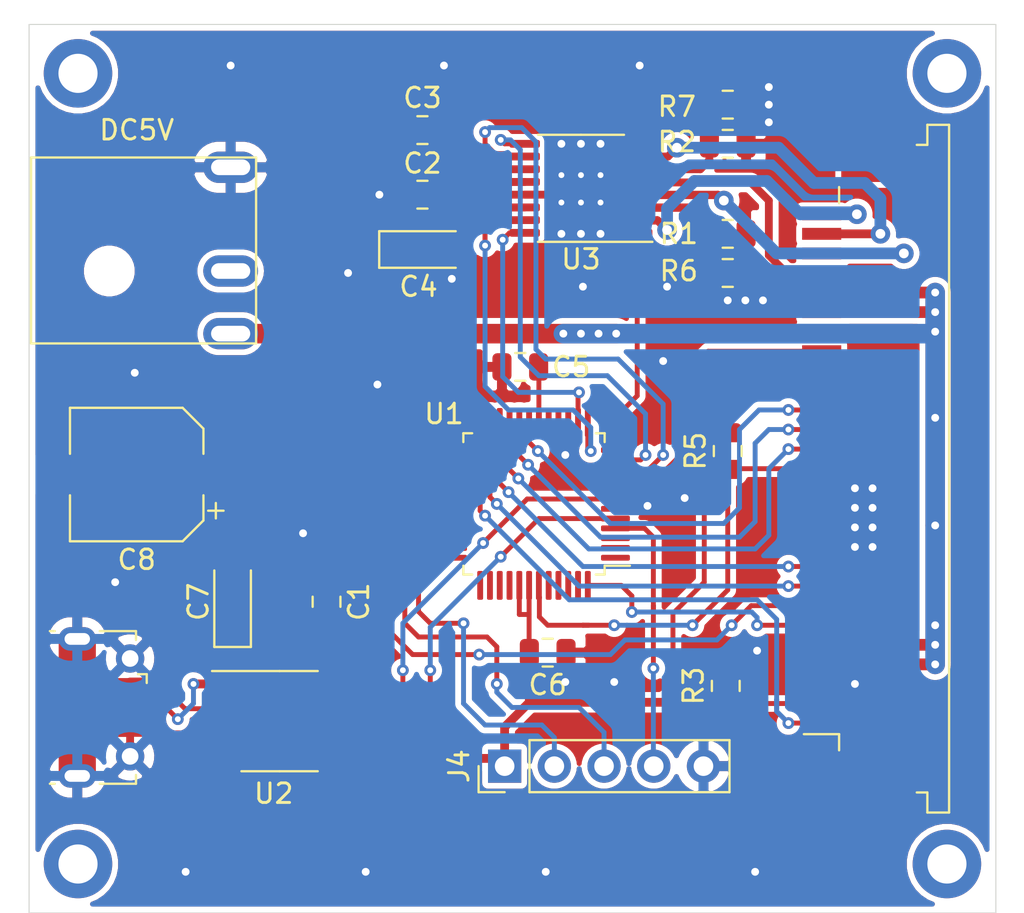
<source format=kicad_pcb>
(kicad_pcb (version 20171130) (host pcbnew "(5.1.4)-1")
  (layers (0 F.Cu signal) (31 B.Cu signal) (34 B.Paste user) (35 F.Paste user) (36 B.SilkS user) (37 F.SilkS user) (38 B.Mask user) (39 F.Mask user) (44 Edge.Cuts user))
  (net 0 "")
  (net 1 "Net-(C1-Pad2)")
  (net 2 GND)
  (net 3 "Net-(C2-Pad2)")
  (net 4 "Net-(C3-Pad2)")
  (net 5 +5V)
  (net 6 "Net-(J1-Pad3)")
  (net 7 "Net-(J1-Pad4)")
  (net 8 "Net-(J1-Pad2)")
  (net 9 "Net-(R1-Pad1)")
  (net 10 "Net-(R2-Pad1)")
  (net 11 "Net-(U1-Pad47)")
  (net 12 "Net-(U1-Pad46)")
  (net 13 "Net-(U1-Pad45)")
  (net 14 "Net-(U1-Pad44)")
  (net 15 "Net-(U1-Pad40)")
  (net 16 "Net-(U1-Pad39)")
  (net 17 "Net-(U1-Pad38)")
  (net 18 "Net-(U1-Pad37)")
  (net 19 "Net-(U1-Pad35)")
  (net 20 "Net-(U1-Pad34)")
  (net 21 "Net-(U1-Pad33)")
  (net 22 "Net-(U1-Pad32)")
  (net 23 "Net-(U1-Pad29)")
  (net 24 "Net-(U1-Pad28)")
  (net 25 "Net-(U1-Pad27)")
  (net 26 "Net-(U1-Pad26)")
  (net 27 "Net-(U1-Pad16)")
  (net 28 "Net-(U1-Pad15)")
  (net 29 "Net-(U1-Pad3)")
  (net 30 "Net-(U1-Pad2)")
  (net 31 "Net-(U1-Pad1)")
  (net 32 "Net-(U3-Pad8)")
  (net 33 /B)
  (net 34 /A)
  (net 35 /CO)
  (net 36 /SI)
  (net 37 /STB6)
  (net 38 /STB5)
  (net 39 /STB4)
  (net 40 /TM)
  (net 41 /STB3)
  (net 42 /STB2)
  (net 43 /STB1)
  (net 44 /CLK)
  (net 45 /LAT)
  (net 46 /B-)
  (net 47 /A-)
  (net 48 /AIN1)
  (net 49 /AIN2)
  (net 50 /BIN2)
  (net 51 /BIN1)
  (net 52 +5VP)
  (net 53 "Net-(C5-Pad1)")
  (net 54 "Net-(J2-Pad21)")
  (net 55 /VF)
  (net 56 /RST)
  (net 57 /RXD)
  (net 58 /TXD)
  (net 59 /EN)
  (net 60 "Net-(U2-Pad4)")
  (net 61 "Net-(U1-Pad36)")
  (net 62 "Net-(J4-Pad3)")
  (net 63 "Net-(J4-Pad2)")
  (net 64 "Net-(J5-Pad1)")
  (net 65 "Net-(J6-Pad1)")
  (net 66 "Net-(J7-Pad1)")
  (net 67 "Net-(J8-Pad1)")
  (net 68 "Net-(J3-Pad3)")
  (module pcb_lab:DC-044B (layer F.Cu) (at 100.1 106.8)
    (fp_text reference J3 hide)
    (fp_text value DC5V)
    (pad "" np_thru_hole circle (at 4 5.8) (size 2 2) (drill 2) (layers *.Cu *.Mask))
    (pad 2 thru_hole oval (at 10.2 0.5) (size 2.8 1.6) (drill oval 2 0.8) (layers *.Cu *.Mask) (net 2 GND))
    (pad 3 thru_hole oval (at 10.2 5.8) (size 2.8 1.6) (drill oval 2 0.8) (layers *.Cu *.Mask) (net 68 "Net-(J3-Pad3)"))
    (pad 1 thru_hole oval (at 10.2 9) (size 2.8 1.6) (drill oval 2 0.8) (layers *.Cu *.Mask) (net 52 +5VP))
  )
  (module pcb_lab:3.5x2.0 (layer F.Cu) (at 146.5 142.7)
    (fp_text reference J8 hide)
    (fp_text value 3.5x2.0)
    (pad 1 thru_hole circle (at 0.4 0.2) (size 3.5 3.5) (drill 2) (layers *.Cu *.Mask) (net 67 "Net-(J8-Pad1)"))
  )
  (module pcb_lab:3.5x2.0 (layer F.Cu) (at 146.9 102.4)
    (fp_text reference J7 hide)
    (fp_text value 3.5x2.0)
    (pad 1 thru_hole circle (at 0 0.1) (size 3.5 3.5) (drill 2) (layers *.Cu *.Mask) (net 66 "Net-(J7-Pad1)"))
  )
  (module pcb_lab:3.5x2.0 (layer F.Cu) (at 103 142.5)
    (fp_text reference J6 hide)
    (fp_text value 3.5x2.0)
    (pad 1 thru_hole circle (at -0.5 0.4) (size 3.5 3.5) (drill 2) (layers *.Cu *.Mask) (net 65 "Net-(J6-Pad1)"))
  )
  (module pcb_lab:3.5x2.0 (layer F.Cu) (at 103 102.8)
    (fp_text reference J5 hide)
    (fp_text value 3.5x2.0)
    (pad 1 thru_hole circle (at -0.5 -0.3) (size 3.5 3.5) (drill 2) (layers *.Cu *.Mask) (net 64 "Net-(J5-Pad1)"))
  )
  (module Package_SO:HTSSOP-16-1EP_4.4x5mm_P0.65mm_EP3x3mm (layer F.Cu) (at 128.2 108.375 180)
    (fp_text reference U3 (at 0 -3.625) (layer F.SilkS))
    (fp_text value HR8833)
    (pad 17 smd rect (at 0 0 180) (size 3 3) (layers F.Cu F.Mask) (net 2 GND))
    (pad 16 smd roundrect (at 2.875 -2.275 180) (size 1.55 0.4) (layers F.Cu F.Paste F.Mask) (net 48 /AIN1))
    (pad 15 smd roundrect (at 2.875 -1.625 180) (size 1.55 0.4) (layers F.Cu F.Paste F.Mask) (net 49 /AIN2))
    (pad 14 smd roundrect (at 2.875 -0.975 180) (size 1.55 0.4) (layers F.Cu F.Paste F.Mask) (net 3 "Net-(C2-Pad2)"))
    (pad 13 smd roundrect (at 2.875 -0.325 180) (size 1.55 0.4) (layers F.Cu F.Paste F.Mask) (net 2 GND))
    (pad 12 smd roundrect (at 2.875 0.325 180) (size 1.55 0.4) (layers F.Cu F.Paste F.Mask) (net 52 +5VP))
    (pad 11 smd roundrect (at 2.875 0.975 180) (size 1.55 0.4) (layers F.Cu F.Paste F.Mask) (net 4 "Net-(C3-Pad2)"))
    (pad 10 smd roundrect (at 2.875 1.625 180) (size 1.55 0.4) (layers F.Cu F.Paste F.Mask) (net 50 /BIN2))
    (pad 9 smd roundrect (at 2.875 2.275 180) (size 1.55 0.4) (layers F.Cu F.Paste F.Mask) (net 51 /BIN1))
    (pad 8 smd roundrect (at -2.875 2.275 180) (size 1.55 0.4) (layers F.Cu F.Paste F.Mask) (net 32 "Net-(U3-Pad8)"))
    (pad 7 smd roundrect (at -2.875 1.625 180) (size 1.55 0.4) (layers F.Cu F.Paste F.Mask) (net 33 /B))
    (pad 6 smd roundrect (at -2.875 0.975 180) (size 1.55 0.4) (layers F.Cu F.Paste F.Mask) (net 10 "Net-(R2-Pad1)"))
    (pad 5 smd roundrect (at -2.875 0.325 180) (size 1.55 0.4) (layers F.Cu F.Paste F.Mask) (net 46 /B-))
    (pad 4 smd roundrect (at -2.875 -0.325 180) (size 1.55 0.4) (layers F.Cu F.Paste F.Mask) (net 47 /A-))
    (pad 3 smd roundrect (at -2.875 -0.975 180) (size 1.55 0.4) (layers F.Cu F.Paste F.Mask) (net 9 "Net-(R1-Pad1)"))
    (pad 2 smd roundrect (at -2.875 -1.625 180) (size 1.55 0.4) (layers F.Cu F.Paste F.Mask) (net 34 /A))
    (pad 1 smd roundrect (at -2.875 -2.275 180) (size 1.55 0.4) (layers F.Cu F.Paste F.Mask) (net 59 /EN))
  )
  (module Connector_FFC-FPC:TE_2-84952-7_1x27-1MP_P1.0mm_Horizontal (layer F.Cu) (at 142.3 122.7 90)
    (fp_text reference J2 hide)
    (fp_text value FPC27pin_1mm)
    (pad MP smd rect (at 15.99 1 90) (size 2.68 3.6) (layers F.Cu F.Paste F.Mask))
    (pad MP smd rect (at -15.99 1 90) (size 2.68 3.6) (layers F.Cu F.Paste F.Mask))
    (pad 27 smd rect (at 13 -1.8 90) (size 0.61 2) (layers F.Cu F.Paste F.Mask) (net 34 /A))
    (pad 26 smd rect (at 12 -1.8 90) (size 0.61 2) (layers F.Cu F.Paste F.Mask) (net 33 /B))
    (pad 25 smd rect (at 11 -1.8 90) (size 0.61 2) (layers F.Cu F.Paste F.Mask) (net 47 /A-))
    (pad 24 smd rect (at 10 -1.8 90) (size 0.61 2) (layers F.Cu F.Paste F.Mask) (net 46 /B-))
    (pad 23 smd rect (at 9 -1.8 90) (size 0.61 2) (layers F.Cu F.Paste F.Mask) (net 52 +5VP))
    (pad 22 smd rect (at 8 -1.8 90) (size 0.61 2) (layers F.Cu F.Paste F.Mask) (net 52 +5VP))
    (pad 21 smd rect (at 7 -1.8 90) (size 0.61 2) (layers F.Cu F.Paste F.Mask) (net 54 "Net-(J2-Pad21)"))
    (pad 20 smd rect (at 6 -1.8 90) (size 0.61 2) (layers F.Cu F.Paste F.Mask) (net 45 /LAT))
    (pad 19 smd rect (at 5 -1.8 90) (size 0.61 2) (layers F.Cu F.Paste F.Mask) (net 44 /CLK))
    (pad 18 smd rect (at 4 -1.8 90) (size 0.61 2) (layers F.Cu F.Paste F.Mask) (net 5 +5V))
    (pad 17 smd rect (at 3 -1.8 90) (size 0.61 2) (layers F.Cu F.Paste F.Mask) (net 43 /STB1))
    (pad 16 smd rect (at 2 -1.8 90) (size 0.61 2) (layers F.Cu F.Paste F.Mask) (net 42 /STB2))
    (pad 15 smd rect (at 1 -1.8 90) (size 0.61 2) (layers F.Cu F.Paste F.Mask) (net 41 /STB3))
    (pad 14 smd rect (at 0 -1.8 90) (size 0.61 2) (layers F.Cu F.Paste F.Mask) (net 40 /TM))
    (pad 13 smd rect (at -1 -1.8 90) (size 0.61 2) (layers F.Cu F.Paste F.Mask) (net 2 GND))
    (pad 12 smd rect (at -2 -1.8 90) (size 0.61 2) (layers F.Cu F.Paste F.Mask) (net 2 GND))
    (pad 11 smd rect (at -3 -1.8 90) (size 0.61 2) (layers F.Cu F.Paste F.Mask) (net 2 GND))
    (pad 10 smd rect (at -4 -1.8 90) (size 0.61 2) (layers F.Cu F.Paste F.Mask) (net 2 GND))
    (pad 9 smd rect (at -5 -1.8 90) (size 0.61 2) (layers F.Cu F.Paste F.Mask) (net 39 /STB4))
    (pad 8 smd rect (at -6 -1.8 90) (size 0.61 2) (layers F.Cu F.Paste F.Mask) (net 38 /STB5))
    (pad 7 smd rect (at -7 -1.8 90) (size 0.61 2) (layers F.Cu F.Paste F.Mask) (net 37 /STB6))
    (pad 6 smd rect (at -8 -1.8 90) (size 0.61 2) (layers F.Cu F.Paste F.Mask) (net 36 /SI))
    (pad 5 smd rect (at -9 -1.8 90) (size 0.61 2) (layers F.Cu F.Paste F.Mask) (net 52 +5VP))
    (pad 4 smd rect (at -10 -1.8 90) (size 0.61 2) (layers F.Cu F.Paste F.Mask) (net 52 +5VP))
    (pad 3 smd rect (at -11 -1.8 90) (size 0.61 2) (layers F.Cu F.Paste F.Mask) (net 2 GND))
    (pad 2 smd rect (at -12 -1.8 90) (size 0.61 2) (layers F.Cu F.Paste F.Mask) (net 55 /VF))
    (pad 1 smd rect (at -13 -1.8 90) (size 0.61 2) (layers F.Cu F.Paste F.Mask) (net 35 /CO))
  )
  (module Capacitor_SMD:C_0805_2012Metric (layer F.Cu) (at 120.1 108.7)
    (fp_text reference C2 (at 0 -1.6) (layer F.SilkS))
    (fp_text value 2.2uF)
    (pad 2 smd roundrect (at 0.9375 0) (size 0.975 1.4) (layers F.Cu F.Paste F.Mask) (net 3 "Net-(C2-Pad2)"))
    (pad 1 smd roundrect (at -0.9375 0) (size 0.975 1.4) (layers F.Cu F.Paste F.Mask) (net 2 GND))
  )
  (module Resistor_SMD:R_0805_2012Metric (layer F.Cu) (at 135.7 104.1)
    (fp_text reference R7 (at -2.6 0.1) (layer F.SilkS))
    (fp_text value 1R)
    (pad 2 smd roundrect (at 0.9375 0) (size 0.975 1.4) (layers F.Cu F.Paste F.Mask) (net 2 GND))
    (pad 1 smd roundrect (at -0.9375 0) (size 0.975 1.4) (layers F.Cu F.Paste F.Mask) (net 10 "Net-(R2-Pad1)"))
  )
  (module Resistor_SMD:R_0805_2012Metric (layer F.Cu) (at 135.7 112.7)
    (fp_text reference R6 (at -2.5 -0.1) (layer F.SilkS))
    (fp_text value 1R)
    (pad 2 smd roundrect (at 0.9375 0) (size 0.975 1.4) (layers F.Cu F.Paste F.Mask) (net 2 GND))
    (pad 1 smd roundrect (at -0.9375 0) (size 0.975 1.4) (layers F.Cu F.Paste F.Mask) (net 9 "Net-(R1-Pad1)"))
  )
  (module Package_SO:SOIC-8_3.9x4.9mm_P1.27mm (layer F.Cu) (at 112.8 135.6)
    (fp_text reference U2 (at -0.3 3.7) (layer F.SilkS))
    (fp_text value CH340N)
    (pad 8 smd roundrect (at 2.475 -1.905) (size 1.95 0.6) (layers F.Cu F.Paste F.Mask) (net 1 "Net-(C1-Pad2)"))
    (pad 7 smd roundrect (at 2.475 -0.635) (size 1.95 0.6) (layers F.Cu F.Paste F.Mask) (net 58 /TXD))
    (pad 6 smd roundrect (at 2.475 0.635) (size 1.95 0.6) (layers F.Cu F.Paste F.Mask) (net 57 /RXD))
    (pad 5 smd roundrect (at 2.475 1.905) (size 1.95 0.6) (layers F.Cu F.Paste F.Mask) (net 5 +5V))
    (pad 4 smd roundrect (at -2.475 1.905) (size 1.95 0.6) (layers F.Cu F.Paste F.Mask) (net 60 "Net-(U2-Pad4)"))
    (pad 3 smd roundrect (at -2.475 0.635) (size 1.95 0.6) (layers F.Cu F.Paste F.Mask) (net 2 GND))
    (pad 2 smd roundrect (at -2.475 -0.635) (size 1.95 0.6) (layers F.Cu F.Paste F.Mask) (net 8 "Net-(J1-Pad2)"))
    (pad 1 smd roundrect (at -2.475 -1.905) (size 1.95 0.6) (layers F.Cu F.Paste F.Mask) (net 6 "Net-(J1-Pad3)"))
  )
  (module Resistor_SMD:R_0805_2012Metric (layer F.Cu) (at 135.7 121.8 90)
    (fp_text reference R5 (at 0 -1.65 90) (layer F.SilkS))
    (fp_text value 30K)
    (pad 2 smd roundrect (at 0.9375 0 90) (size 0.975 1.4) (layers F.Cu F.Paste F.Mask) (net 5 +5V))
    (pad 1 smd roundrect (at -0.9375 0 90) (size 0.975 1.4) (layers F.Cu F.Paste F.Mask) (net 40 /TM))
  )
  (module Capacitor_SMD:CP_Elec_6.3x7.7 (layer F.Cu) (at 105.5 123 180)
    (fp_text reference C8 (at 0 -4.35) (layer F.SilkS))
    (fp_text value 220uF)
    (pad 2 smd roundrect (at 2.7 0 180) (size 3.5 1.6) (layers F.Cu F.Paste F.Mask) (roundrect_rratio 0.15625) (net 2 GND))
    (pad 1 smd roundrect (at -2.7 0 180) (size 3.5 1.6) (layers F.Cu F.Paste F.Mask) (roundrect_rratio 0.15625) (net 52 +5VP))
  )
  (module Capacitor_Tantalum_SMD:CP_EIA-3216-18_Kemet-A (layer F.Cu) (at 110.4 129.5 90)
    (fp_text reference C7 (at 0 -1.75 90) (layer F.SilkS))
    (fp_text value 10uF)
    (pad 2 smd roundrect (at 1.35 0 90) (size 1.4 1.35) (layers F.Cu F.Paste F.Mask) (roundrect_rratio 0.185185) (net 2 GND))
    (pad 1 smd roundrect (at -1.35 0 90) (size 1.4 1.35) (layers F.Cu F.Paste F.Mask) (roundrect_rratio 0.185185) (net 5 +5V))
  )
  (module Connector_PinHeader_2.54mm:PinHeader_1x05_P2.54mm_Vertical (layer F.Cu) (at 124.3 137.9 90)
    (fp_text reference J4 (at 0 -2.33 90) (layer F.SilkS))
    (fp_text value NU-LINK)
    (pad 5 thru_hole oval (at 0 10.16 90) (size 1.7 1.7) (drill 1) (layers *.Cu *.Mask) (net 2 GND))
    (pad 4 thru_hole oval (at 0 7.62 90) (size 1.7 1.7) (drill 1) (layers *.Cu *.Mask) (net 56 /RST))
    (pad 3 thru_hole oval (at 0 5.08 90) (size 1.7 1.7) (drill 1) (layers *.Cu *.Mask) (net 62 "Net-(J4-Pad3)"))
    (pad 2 thru_hole oval (at 0 2.54 90) (size 1.7 1.7) (drill 1) (layers *.Cu *.Mask) (net 63 "Net-(J4-Pad2)"))
    (pad 1 thru_hole rect (at 0 0 90) (size 1.7 1.7) (drill 1) (layers *.Cu *.Mask) (net 5 +5V))
  )
  (module Package_QFP:LQFP-48_7x7mm_P0.5mm (layer F.Cu) (at 125.8 124.5 180)
    (fp_text reference U1 (at 4.6 4.6) (layer F.SilkS))
    (fp_text value M0516LDN/NUC029LAN)
    (pad 48 smd roundrect (at -2.75 -4.1625 180) (size 0.3 1.475) (layers F.Cu F.Paste F.Mask) (net 36 /SI))
    (pad 47 smd roundrect (at -2.25 -4.1625 180) (size 0.3 1.475) (layers F.Cu F.Paste F.Mask) (net 11 "Net-(U1-Pad47)"))
    (pad 46 smd roundrect (at -1.75 -4.1625 180) (size 0.3 1.475) (layers F.Cu F.Paste F.Mask) (net 12 "Net-(U1-Pad46)"))
    (pad 45 smd roundrect (at -1.25 -4.1625 180) (size 0.3 1.475) (layers F.Cu F.Paste F.Mask) (net 13 "Net-(U1-Pad45)"))
    (pad 44 smd roundrect (at -0.75 -4.1625 180) (size 0.3 1.475) (layers F.Cu F.Paste F.Mask) (net 14 "Net-(U1-Pad44)"))
    (pad 43 smd roundrect (at -0.25 -4.1625 180) (size 0.3 1.475) (layers F.Cu F.Paste F.Mask) (net 40 /TM))
    (pad 42 smd roundrect (at 0.25 -4.1625 180) (size 0.3 1.475) (layers F.Cu F.Paste F.Mask) (net 5 +5V))
    (pad 41 smd roundrect (at 0.75 -4.1625 180) (size 0.3 1.475) (layers F.Cu F.Paste F.Mask) (net 5 +5V))
    (pad 40 smd roundrect (at 1.25 -4.1625 180) (size 0.3 1.475) (layers F.Cu F.Paste F.Mask) (net 15 "Net-(U1-Pad40)"))
    (pad 39 smd roundrect (at 1.75 -4.1625 180) (size 0.3 1.475) (layers F.Cu F.Paste F.Mask) (net 16 "Net-(U1-Pad39)"))
    (pad 38 smd roundrect (at 2.25 -4.1625 180) (size 0.3 1.475) (layers F.Cu F.Paste F.Mask) (net 17 "Net-(U1-Pad38)"))
    (pad 37 smd roundrect (at 2.75 -4.1625 180) (size 0.3 1.475) (layers F.Cu F.Paste F.Mask) (net 18 "Net-(U1-Pad37)"))
    (pad 36 smd roundrect (at 4.1625 -2.75 180) (size 1.475 0.3) (layers F.Cu F.Paste F.Mask) (net 61 "Net-(U1-Pad36)"))
    (pad 35 smd roundrect (at 4.1625 -2.25 180) (size 1.475 0.3) (layers F.Cu F.Paste F.Mask) (net 19 "Net-(U1-Pad35)"))
    (pad 34 smd roundrect (at 4.1625 -1.75 180) (size 1.475 0.3) (layers F.Cu F.Paste F.Mask) (net 20 "Net-(U1-Pad34)"))
    (pad 33 smd roundrect (at 4.1625 -1.25 180) (size 1.475 0.3) (layers F.Cu F.Paste F.Mask) (net 21 "Net-(U1-Pad33)"))
    (pad 32 smd roundrect (at 4.1625 -0.75 180) (size 1.475 0.3) (layers F.Cu F.Paste F.Mask) (net 22 "Net-(U1-Pad32)"))
    (pad 31 smd roundrect (at 4.1625 -0.25 180) (size 1.475 0.3) (layers F.Cu F.Paste F.Mask) (net 63 "Net-(J4-Pad2)"))
    (pad 30 smd roundrect (at 4.1625 0.25 180) (size 1.475 0.3) (layers F.Cu F.Paste F.Mask) (net 62 "Net-(J4-Pad3)"))
    (pad 29 smd roundrect (at 4.1625 0.75 180) (size 1.475 0.3) (layers F.Cu F.Paste F.Mask) (net 23 "Net-(U1-Pad29)"))
    (pad 28 smd roundrect (at 4.1625 1.25 180) (size 1.475 0.3) (layers F.Cu F.Paste F.Mask) (net 24 "Net-(U1-Pad28)"))
    (pad 27 smd roundrect (at 4.1625 1.75 180) (size 1.475 0.3) (layers F.Cu F.Paste F.Mask) (net 25 "Net-(U1-Pad27)"))
    (pad 26 smd roundrect (at 4.1625 2.25 180) (size 1.475 0.3) (layers F.Cu F.Paste F.Mask) (net 26 "Net-(U1-Pad26)"))
    (pad 25 smd roundrect (at 4.1625 2.75 180) (size 1.475 0.3) (layers F.Cu F.Paste F.Mask) (net 37 /STB6))
    (pad 24 smd roundrect (at 2.75 4.1625 180) (size 0.3 1.475) (layers F.Cu F.Paste F.Mask) (net 35 /CO))
    (pad 23 smd roundrect (at 2.25 4.1625 180) (size 0.3 1.475) (layers F.Cu F.Paste F.Mask) (net 38 /STB5))
    (pad 22 smd roundrect (at 1.75 4.1625 180) (size 0.3 1.475) (layers F.Cu F.Paste F.Mask) (net 39 /STB4))
    (pad 21 smd roundrect (at 1.25 4.1625 180) (size 0.3 1.475) (layers F.Cu F.Paste F.Mask) (net 41 /STB3))
    (pad 20 smd roundrect (at 0.75 4.1625 180) (size 0.3 1.475) (layers F.Cu F.Paste F.Mask) (net 42 /STB2))
    (pad 19 smd roundrect (at 0.25 4.1625 180) (size 0.3 1.475) (layers F.Cu F.Paste F.Mask) (net 43 /STB1))
    (pad 18 smd roundrect (at -0.25 4.1625 180) (size 0.3 1.475) (layers F.Cu F.Paste F.Mask) (net 53 "Net-(C5-Pad1)"))
    (pad 17 smd roundrect (at -0.75 4.1625 180) (size 0.3 1.475) (layers F.Cu F.Paste F.Mask) (net 2 GND))
    (pad 16 smd roundrect (at -1.25 4.1625 180) (size 0.3 1.475) (layers F.Cu F.Paste F.Mask) (net 27 "Net-(U1-Pad16)"))
    (pad 15 smd roundrect (at -1.75 4.1625 180) (size 0.3 1.475) (layers F.Cu F.Paste F.Mask) (net 28 "Net-(U1-Pad15)"))
    (pad 14 smd roundrect (at -2.25 4.1625 180) (size 0.3 1.475) (layers F.Cu F.Paste F.Mask) (net 48 /AIN1))
    (pad 13 smd roundrect (at -2.75 4.1625 180) (size 0.3 1.475) (layers F.Cu F.Paste F.Mask) (net 49 /AIN2))
    (pad 12 smd roundrect (at -4.1625 2.75 180) (size 1.475 0.3) (layers F.Cu F.Paste F.Mask) (net 59 /EN))
    (pad 11 smd roundrect (at -4.1625 2.25 180) (size 1.475 0.3) (layers F.Cu F.Paste F.Mask) (net 51 /BIN1))
    (pad 10 smd roundrect (at -4.1625 1.75 180) (size 1.475 0.3) (layers F.Cu F.Paste F.Mask) (net 50 /BIN2))
    (pad 9 smd roundrect (at -4.1625 1.25 180) (size 1.475 0.3) (layers F.Cu F.Paste F.Mask) (net 45 /LAT))
    (pad 8 smd roundrect (at -4.1625 0.75 180) (size 1.475 0.3) (layers F.Cu F.Paste F.Mask) (net 44 /CLK))
    (pad 7 smd roundrect (at -4.1625 0.25 180) (size 1.475 0.3) (layers F.Cu F.Paste F.Mask) (net 58 /TXD))
    (pad 6 smd roundrect (at -4.1625 -0.25 180) (size 1.475 0.3) (layers F.Cu F.Paste F.Mask) (net 2 GND))
    (pad 5 smd roundrect (at -4.1625 -0.75 180) (size 1.475 0.3) (layers F.Cu F.Paste F.Mask) (net 57 /RXD))
    (pad 4 smd roundrect (at -4.1625 -1.25 180) (size 1.475 0.3) (layers F.Cu F.Paste F.Mask) (net 56 /RST))
    (pad 3 smd roundrect (at -4.1625 -1.75 180) (size 1.475 0.3) (layers F.Cu F.Paste F.Mask) (net 29 "Net-(U1-Pad3)"))
    (pad 2 smd roundrect (at -4.1625 -2.25 180) (size 1.475 0.3) (layers F.Cu F.Paste F.Mask) (net 30 "Net-(U1-Pad2)"))
    (pad 1 smd roundrect (at -4.1625 -2.75 180) (size 1.475 0.3) (layers F.Cu F.Paste F.Mask) (net 31 "Net-(U1-Pad1)"))
  )
  (module Capacitor_SMD:C_0805_2012Metric (layer F.Cu) (at 126.5 132.1 180)
    (fp_text reference C6 (at 0 -1.65) (layer F.SilkS))
    (fp_text value 0.1uF)
    (pad 2 smd roundrect (at 0.9375 0 180) (size 0.975 1.4) (layers F.Cu F.Paste F.Mask) (net 5 +5V))
    (pad 1 smd roundrect (at -0.9375 0 180) (size 0.975 1.4) (layers F.Cu F.Paste F.Mask) (net 2 GND))
  )
  (module Capacitor_SMD:C_0805_2012Metric (layer F.Cu) (at 125.1 117.5 180)
    (fp_text reference C5 (at -2.6 0) (layer F.SilkS))
    (fp_text value 1uF)
    (pad 2 smd roundrect (at 0.9375 0 180) (size 0.975 1.4) (layers F.Cu F.Paste F.Mask) (net 2 GND))
    (pad 1 smd roundrect (at -0.9375 0 180) (size 0.975 1.4) (layers F.Cu F.Paste F.Mask) (net 53 "Net-(C5-Pad1)"))
  )
  (module Resistor_SMD:R_0805_2012Metric (layer F.Cu) (at 135.6 133.8 90)
    (fp_text reference R3 (at 0 -1.65 90) (layer F.SilkS))
    (fp_text value 510R)
    (pad 2 smd roundrect (at 0.9375 0 90) (size 0.975 1.4) (layers F.Cu F.Paste F.Mask) (net 5 +5V))
    (pad 1 smd roundrect (at -0.9375 0 90) (size 0.975 1.4) (layers F.Cu F.Paste F.Mask) (net 55 /VF))
  )
  (module Resistor_SMD:R_0805_2012Metric (layer F.Cu) (at 135.7 106.1)
    (fp_text reference R2 (at -2.6 -0.1) (layer F.SilkS))
    (fp_text value 1R)
    (pad 2 smd roundrect (at 0.9375 0) (size 0.975 1.4) (layers F.Cu F.Paste F.Mask) (net 2 GND))
    (pad 1 smd roundrect (at -0.9375 0) (size 0.975 1.4) (layers F.Cu F.Paste F.Mask) (net 10 "Net-(R2-Pad1)"))
  )
  (module Resistor_SMD:R_0805_2012Metric (layer F.Cu) (at 135.7 110.7)
    (fp_text reference R1 (at -2.5 0) (layer F.SilkS))
    (fp_text value 1R)
    (pad 2 smd roundrect (at 0.9375 0) (size 0.975 1.4) (layers F.Cu F.Paste F.Mask) (net 2 GND))
    (pad 1 smd roundrect (at -0.9375 0) (size 0.975 1.4) (layers F.Cu F.Paste F.Mask) (net 9 "Net-(R1-Pad1)"))
  )
  (module Connector_USB:USB_Micro-B_Molex-105017-0001 (layer F.Cu) (at 103.7 134.9 270)
    (fp_text reference J1 hide)
    (fp_text value USB_B_Micro)
    (pad 6 smd rect (at -2.9 1.2375 270) (size 1.2 1.9) (layers F.Cu F.Mask) (net 2 GND))
    (pad 6 smd rect (at 2.9 1.2375 270) (size 1.2 1.9) (layers F.Cu F.Mask) (net 2 GND))
    (pad 6 thru_hole oval (at 3.5 1.2375 270) (size 1.2 1.9) (drill oval 0.6 1.3) (layers *.Cu *.Mask) (net 2 GND))
    (pad 6 thru_hole oval (at -3.5 1.2375 90) (size 1.2 1.9) (drill oval 0.6 1.3) (layers *.Cu *.Mask) (net 2 GND))
    (pad 6 smd rect (at -1 1.2375 270) (size 1.5 1.9) (layers F.Cu F.Paste F.Mask) (net 2 GND))
    (pad 6 thru_hole circle (at 2.5 -1.4625 270) (size 1.45 1.45) (drill 0.85) (layers *.Cu *.Mask) (net 2 GND))
    (pad 3 smd rect (at 0 -1.4625 270) (size 0.4 1.35) (layers F.Cu F.Paste F.Mask) (net 6 "Net-(J1-Pad3)"))
    (pad 4 smd rect (at 0.65 -1.4625 270) (size 0.4 1.35) (layers F.Cu F.Paste F.Mask) (net 7 "Net-(J1-Pad4)"))
    (pad 5 smd rect (at 1.3 -1.4625 270) (size 0.4 1.35) (layers F.Cu F.Paste F.Mask) (net 2 GND))
    (pad 1 smd rect (at -1.3 -1.4625 270) (size 0.4 1.35) (layers F.Cu F.Paste F.Mask) (net 5 +5V))
    (pad 2 smd rect (at -0.65 -1.4625 270) (size 0.4 1.35) (layers F.Cu F.Paste F.Mask) (net 8 "Net-(J1-Pad2)"))
    (pad 6 thru_hole circle (at -2.5 -1.4625 270) (size 1.45 1.45) (drill 0.85) (layers *.Cu *.Mask) (net 2 GND))
    (pad 6 smd rect (at 1 1.2375 270) (size 1.5 1.9) (layers F.Cu F.Paste F.Mask) (net 2 GND))
  )
  (module Capacitor_Tantalum_SMD:CP_EIA-3216-18_Kemet-A (layer F.Cu) (at 120.2 111.5)
    (fp_text reference C4 (at -0.3 1.9) (layer F.SilkS))
    (fp_text value 10uF)
    (pad 2 smd roundrect (at 1.35 0) (size 1.4 1.35) (layers F.Cu F.Paste F.Mask) (roundrect_rratio 0.185185) (net 2 GND))
    (pad 1 smd roundrect (at -1.35 0) (size 1.4 1.35) (layers F.Cu F.Paste F.Mask) (roundrect_rratio 0.185185) (net 52 +5VP))
  )
  (module Capacitor_SMD:C_0805_2012Metric (layer F.Cu) (at 120.1 105.4)
    (fp_text reference C3 (at 0 -1.65) (layer F.SilkS))
    (fp_text value 0.01uF)
    (pad 2 smd roundrect (at 0.9375 0) (size 0.975 1.4) (layers F.Cu F.Paste F.Mask) (net 4 "Net-(C3-Pad2)"))
    (pad 1 smd roundrect (at -0.9375 0) (size 0.975 1.4) (layers F.Cu F.Paste F.Mask) (net 52 +5VP))
  )
  (module Capacitor_SMD:C_0805_2012Metric (layer F.Cu) (at 115.2 129.5 270)
    (fp_text reference C1 (at 0 -1.65 90) (layer F.SilkS))
    (fp_text value 0.1uF)
    (pad 2 smd roundrect (at 0.9375 0 270) (size 0.975 1.4) (layers F.Cu F.Paste F.Mask) (net 1 "Net-(C1-Pad2)"))
    (pad 1 smd roundrect (at -0.9375 0 270) (size 0.975 1.4) (layers F.Cu F.Paste F.Mask) (net 2 GND))
  )
  (gr_text DC5V (at 105.5 105.4) (layer F.SilkS) (effects (font (size 1 1))))
  (gr_line (start 100 145.4) (end 100 100) (layer Edge.Cuts) (width 0.05))
  (gr_line (start 149.4 145.4) (end 100 145.4) (layer Edge.Cuts) (width 0.05))
  (gr_line (start 149.4 100) (end 149.4 145.4) (layer Edge.Cuts) (width 0.05))
  (gr_line (start 100 100) (end 149.4 100) (layer Edge.Cuts) (width 0.05))
  (segment (start 115.275 130.5125) (end 115.2 130.4375) (width 0.25) (layer F.Cu) (net 1))
  (segment (start 115.275 133.695) (end 115.275 130.5125) (width 0.25) (layer F.Cu) (net 1))
  (via (at 104.4 128.5) (size 0.8) (drill 0.4) (layers F.Cu B.Cu) (net 2))
  (via (at 117.8 118.4) (size 0.8) (drill 0.4) (layers F.Cu B.Cu) (net 2))
  (via (at 114 126) (size 0.8) (drill 0.4) (layers F.Cu B.Cu) (net 2))
  (via (at 143.1 124.7) (size 0.8) (drill 0.4) (layers F.Cu B.Cu) (net 2))
  (via (at 143.1 123.7) (size 0.8) (drill 0.4) (layers F.Cu B.Cu) (net 2))
  (via (at 142.2 123.7) (size 0.8) (drill 0.4) (layers F.Cu B.Cu) (net 2))
  (via (at 142.2 126.7) (size 0.8) (drill 0.4) (layers F.Cu B.Cu) (net 2))
  (via (at 142.2 124.7) (size 0.8) (drill 0.4) (layers F.Cu B.Cu) (net 2))
  (via (at 137.8 104.1) (size 0.8) (drill 0.4) (layers F.Cu B.Cu) (net 2))
  (via (at 137.8 103.2) (size 0.8) (drill 0.4) (layers F.Cu B.Cu) (net 2))
  (via (at 137.8 105) (size 0.8) (drill 0.4) (layers F.Cu B.Cu) (net 2))
  (via (at 136.6 114.1) (size 0.8) (drill 0.4) (layers F.Cu B.Cu) (net 2))
  (via (at 135.7 114.1) (size 0.8) (drill 0.4) (layers F.Cu B.Cu) (net 2))
  (via (at 137.5 114.1) (size 0.8) (drill 0.4) (layers F.Cu B.Cu) (net 2))
  (via (at 137.1 143.3) (size 0.8) (drill 0.4) (layers F.Cu B.Cu) (net 2))
  (via (at 108 143.3) (size 0.8) (drill 0.4) (layers F.Cu B.Cu) (net 2))
  (via (at 117.2 143.3) (size 0.8) (drill 0.4) (layers F.Cu B.Cu) (net 2))
  (via (at 142.2 125.7) (size 0.8) (drill 0.4) (layers F.Cu B.Cu) (net 2))
  (via (at 143.1 125.7) (size 0.8) (drill 0.4) (layers F.Cu B.Cu) (net 2))
  (via (at 143.1 126.7) (size 0.8) (drill 0.4) (layers F.Cu B.Cu) (net 2))
  (via (at 127.4 122) (size 0.8) (drill 0.4) (layers F.Cu B.Cu) (net 2))
  (segment (start 127.875 108.725) (end 128.2 108.4) (width 0.45) (layer F.Cu) (net 2))
  (via (at 117.9 108.7) (size 0.8) (drill 0.4) (layers F.Cu B.Cu) (net 2))
  (segment (start 118.0375 108.7) (end 119.2 108.7) (width 0.4) (layer F.Cu) (net 2))
  (segment (start 110.29 136.2) (end 110.325 136.235) (width 0.25) (layer F.Cu) (net 2))
  (segment (start 105.1625 136.2) (end 105.1625 137.4) (width 0.4) (layer F.Cu) (net 2))
  (segment (start 102.4625 132) (end 102.4625 137.8) (width 1) (layer F.Cu) (net 2))
  (segment (start 102.7625 136.2) (end 102.4625 135.9) (width 0.25) (layer F.Cu) (net 2))
  (via (at 131.6 124.6) (size 0.8) (drill 0.4) (layers F.Cu B.Cu) (net 2))
  (segment (start 131.45 124.75) (end 131.5 124.8) (width 0.25) (layer F.Cu) (net 2))
  (via (at 127.4 133.6) (size 0.8) (drill 0.4) (layers F.Cu B.Cu) (net 2))
  (segment (start 127.4375 132.1) (end 127.4375 133.5625) (width 0.45) (layer F.Cu) (net 2))
  (segment (start 127.4375 133.5625) (end 127.4 133.6) (width 0.45) (layer F.Cu) (net 2))
  (via (at 142.2 133.7) (size 0.8) (drill 0.4) (layers F.Cu B.Cu) (net 2))
  (segment (start 142.2 133.7) (end 140.5 133.7) (width 0.6) (layer F.Cu) (net 2))
  (segment (start 143.1 126.7) (end 140.5 126.7) (width 0.6) (layer F.Cu) (net 2))
  (segment (start 143.1 125.7) (end 140.5 125.7) (width 0.6) (layer F.Cu) (net 2))
  (segment (start 143.1 124.7) (end 140.5 124.7) (width 0.6) (layer F.Cu) (net 2))
  (segment (start 143.1 123.7) (end 140.5 123.7) (width 0.6) (layer F.Cu) (net 2))
  (segment (start 136.6375 110.7) (end 136.6375 112.7) (width 0.6) (layer F.Cu) (net 2))
  (segment (start 136.6375 106.1) (end 136.6375 104.1) (width 0.6) (layer F.Cu) (net 2))
  (via (at 121.2 102.1) (size 0.8) (drill 0.4) (layers F.Cu B.Cu) (net 2))
  (via (at 131.2 102.1) (size 0.8) (drill 0.4) (layers F.Cu B.Cu) (net 2))
  (via (at 129.2 106.1) (size 0.8) (drill 0.4) (layers F.Cu B.Cu) (net 2))
  (via (at 127.2 106.1) (size 0.8) (drill 0.4) (layers F.Cu B.Cu) (net 2))
  (via (at 105.4 117.8) (size 0.8) (drill 0.4) (layers F.Cu B.Cu) (net 2))
  (via (at 110.3 102.1) (size 0.8) (drill 0.4) (layers F.Cu B.Cu) (net 2))
  (via (at 126.4 143.3) (size 0.8) (drill 0.4) (layers F.Cu B.Cu) (net 2))
  (via (at 127.2 110.7) (size 0.8) (drill 0.4) (layers F.Cu B.Cu) (net 2))
  (via (at 129.2 110.7) (size 0.8) (drill 0.4) (layers F.Cu B.Cu) (net 2))
  (via (at 129.2 109.1) (size 0.6) (drill 0.3) (layers F.Cu B.Cu) (net 2))
  (via (at 127.2 107.7) (size 0.6) (drill 0.3) (layers F.Cu B.Cu) (net 2))
  (via (at 127.2 109.1) (size 0.6) (drill 0.3) (layers F.Cu B.Cu) (net 2))
  (via (at 128.2 109.1) (size 0.6) (drill 0.3) (layers F.Cu B.Cu) (net 2))
  (via (at 129.2 107.7) (size 0.6) (drill 0.3) (layers F.Cu B.Cu) (net 2))
  (via (at 128.2 107.7) (size 0.6) (drill 0.3) (layers F.Cu B.Cu) (net 2))
  (segment (start 127.875 108.7) (end 128.2 108.375) (width 0.4) (layer F.Cu) (net 2))
  (segment (start 125.325 108.7) (end 127.875 108.7) (width 0.4) (layer F.Cu) (net 2))
  (segment (start 105.1625 136.2) (end 102.7625 136.2) (width 0.4) (layer F.Cu) (net 2))
  (segment (start 105.1625 136.2) (end 110.29 136.2) (width 0.25) (layer F.Cu) (net 2))
  (via (at 116.3 112.7) (size 0.8) (drill 0.4) (layers F.Cu B.Cu) (net 2))
  (segment (start 119.1625 108.9625) (end 119.1625 108.1) (width 0.25) (layer F.Cu) (net 2))
  (segment (start 137.8 104.1) (end 136.6375 104.1) (width 0.6) (layer F.Cu) (net 2))
  (segment (start 136.6 112.7375) (end 136.6375 112.7) (width 0.6) (layer F.Cu) (net 2))
  (segment (start 136.6 114.1) (end 136.6 112.7375) (width 0.6) (layer F.Cu) (net 2))
  (via (at 128.3 113.4) (size 0.8) (drill 0.4) (layers F.Cu B.Cu) (net 2))
  (via (at 121.6 113) (size 0.8) (drill 0.4) (layers F.Cu B.Cu) (net 2))
  (segment (start 121.6 111.55) (end 121.55 111.5) (width 0.6) (layer F.Cu) (net 2))
  (segment (start 121.6 113) (end 121.6 111.55) (width 0.6) (layer F.Cu) (net 2))
  (segment (start 126.55 121.15) (end 127.4 122) (width 0.25) (layer F.Cu) (net 2))
  (segment (start 126.55 120.3375) (end 126.55 121.15) (width 0.25) (layer F.Cu) (net 2))
  (segment (start 131.45 124.75) (end 131.6 124.6) (width 0.25) (layer F.Cu) (net 2))
  (segment (start 129.9625 124.75) (end 131.45 124.75) (width 0.25) (layer F.Cu) (net 2))
  (segment (start 127.2 107.375) (end 128.2 108.375) (width 1) (layer F.Cu) (net 2))
  (segment (start 127.2 106.1) (end 127.2 107.375) (width 1) (layer F.Cu) (net 2))
  (segment (start 129.2 107.375) (end 128.2 108.375) (width 1) (layer F.Cu) (net 2))
  (segment (start 129.2 106.1) (end 129.2 107.375) (width 1) (layer F.Cu) (net 2))
  (segment (start 129.2 110.7) (end 129.2 109.1) (width 1) (layer F.Cu) (net 2))
  (segment (start 127.2 106.1) (end 127.9 106.8) (width 1) (layer F.Cu) (net 2))
  (segment (start 128.5 106.8) (end 129.2 106.1) (width 1) (layer F.Cu) (net 2))
  (segment (start 127.9 106.8) (end 128.5 106.8) (width 1) (layer F.Cu) (net 2))
  (segment (start 127.2 109.375) (end 128.2 108.375) (width 1) (layer F.Cu) (net 2))
  (segment (start 127.2 110.7) (end 127.2 109.375) (width 1) (layer F.Cu) (net 2))
  (segment (start 127.2 110.7) (end 127.8 110.1) (width 1) (layer F.Cu) (net 2))
  (segment (start 128.6 110.1) (end 129.2 110.7) (width 1) (layer F.Cu) (net 2))
  (segment (start 127.8 110.1) (end 128.6 110.1) (width 1) (layer F.Cu) (net 2))
  (via (at 128.2 106.1) (size 0.8) (drill 0.4) (layers F.Cu B.Cu) (net 2))
  (via (at 128.2 110.7) (size 0.8) (drill 0.4) (layers F.Cu B.Cu) (net 2))
  (via (at 133.5 124.2) (size 0.8) (drill 0.4) (layers F.Cu B.Cu) (net 2))
  (via (at 129.9 133.6) (size 0.8) (drill 0.4) (layers F.Cu B.Cu) (net 2))
  (via (at 132.4 117.2) (size 0.8) (drill 0.4) (layers F.Cu B.Cu) (net 2))
  (via (at 132.6 113.4) (size 0.8) (drill 0.4) (layers F.Cu B.Cu) (net 2))
  (via (at 137.2 132) (size 0.8) (drill 0.4) (layers F.Cu B.Cu) (net 2))
  (segment (start 121.9 108.7) (end 122.55 109.35) (width 0.4) (layer F.Cu) (net 3))
  (segment (start 121.0375 108.7) (end 121.9 108.7) (width 0.4) (layer F.Cu) (net 3))
  (segment (start 125.325 109.35) (end 122.55 109.35) (width 0.4) (layer F.Cu) (net 3))
  (segment (start 124.223002 107.2) (end 123.5 107.2) (width 0.25) (layer F.Cu) (net 4))
  (segment (start 121.3875 106.55) (end 122.85 106.55) (width 0.25) (layer F.Cu) (net 4))
  (segment (start 121.0375 106.2) (end 121.3875 106.55) (width 0.25) (layer F.Cu) (net 4))
  (segment (start 121.0375 105.4) (end 121.0375 106.2) (width 0.25) (layer F.Cu) (net 4))
  (segment (start 123.5 107.2) (end 122.85 106.55) (width 0.25) (layer F.Cu) (net 4))
  (segment (start 124.423002 107.4) (end 124.223002 107.2) (width 0.25) (layer F.Cu) (net 4))
  (segment (start 125.325 107.4) (end 124.423002 107.4) (width 0.25) (layer F.Cu) (net 4))
  (segment (start 125.05 128.6625) (end 125.05 130.15) (width 0.25) (layer F.Cu) (net 5))
  (segment (start 125.5625 132.1) (end 125.55 132.0875) (width 0.25) (layer F.Cu) (net 5))
  (segment (start 125.05 130.15) (end 125.55 130.15) (width 0.25) (layer F.Cu) (net 5))
  (segment (start 125.55 132.0875) (end 125.55 130.15) (width 0.25) (layer F.Cu) (net 5))
  (segment (start 125.55 130.15) (end 125.55 128.6625) (width 0.25) (layer F.Cu) (net 5))
  (segment (start 124.3 137.9) (end 124.3 135.9) (width 0.45) (layer F.Cu) (net 5))
  (segment (start 124.3 135.9) (end 125.5625 134.6375) (width 0.45) (layer F.Cu) (net 5))
  (segment (start 125.5625 133.6375) (end 125.5625 132.1) (width 0.45) (layer F.Cu) (net 5))
  (segment (start 125.5625 134.6375) (end 125.5625 133.6375) (width 0.45) (layer F.Cu) (net 5))
  (segment (start 135.5375 132.5) (end 135.6 132.5625) (width 0.25) (layer F.Cu) (net 5))
  (segment (start 105.1625 133.6) (end 106.9 133.6) (width 0.45) (layer F.Cu) (net 5))
  (segment (start 106.9 133.6) (end 107.9 132.6) (width 0.45) (layer F.Cu) (net 5))
  (segment (start 107.9 132.6) (end 107.9 131.8) (width 0.45) (layer F.Cu) (net 5))
  (segment (start 108.85 130.85) (end 110.4 130.85) (width 0.45) (layer F.Cu) (net 5))
  (segment (start 107.9 131.8) (end 108.85 130.85) (width 0.45) (layer F.Cu) (net 5))
  (segment (start 112.15 130.85) (end 110.4 130.85) (width 0.45) (layer F.Cu) (net 5))
  (segment (start 113 131.7) (end 112.15 130.85) (width 0.45) (layer F.Cu) (net 5))
  (segment (start 113 137.1) (end 113 131.7) (width 0.45) (layer F.Cu) (net 5))
  (segment (start 115.275 137.505) (end 113.405 137.505) (width 0.45) (layer F.Cu) (net 5))
  (segment (start 113.405 137.505) (end 113 137.1) (width 0.45) (layer F.Cu) (net 5))
  (segment (start 134.50001 128.49999) (end 132.9 130.1) (width 0.25) (layer F.Cu) (net 5))
  (segment (start 123.905 137.505) (end 124.3 137.9) (width 0.45) (layer F.Cu) (net 5))
  (segment (start 115.275 137.505) (end 123.905 137.505) (width 0.45) (layer F.Cu) (net 5))
  (segment (start 132.9 130.1) (end 132.9 131.6) (width 0.25) (layer F.Cu) (net 5))
  (segment (start 132.9 131.6) (end 132.9 132) (width 0.25) (layer F.Cu) (net 5))
  (segment (start 134.50001 121.69999) (end 134.50001 128.49999) (width 0.25) (layer F.Cu) (net 5))
  (segment (start 134.50001 121.29999) (end 134.50001 121.69999) (width 0.25) (layer F.Cu) (net 5))
  (segment (start 134.5375 120.8625) (end 135.7 120.8625) (width 0.25) (layer F.Cu) (net 5))
  (segment (start 134.50001 120.89999) (end 134.5375 120.8625) (width 0.25) (layer F.Cu) (net 5))
  (segment (start 132.9 131.6) (end 132.9 132.7) (width 0.25) (layer F.Cu) (net 5))
  (segment (start 132.9 132.7) (end 132.9 134.2) (width 0.25) (layer F.Cu) (net 5))
  (segment (start 135.60002 118.7) (end 134.50001 119.80001) (width 0.25) (layer F.Cu) (net 5))
  (segment (start 134.50001 121.69999) (end 134.50001 119.80001) (width 0.25) (layer F.Cu) (net 5))
  (segment (start 140.5 118.7) (end 135.60002 118.7) (width 0.25) (layer F.Cu) (net 5))
  (segment (start 132.4625 134.6375) (end 132.9 134.2) (width 0.45) (layer F.Cu) (net 5))
  (segment (start 125.5625 134.6375) (end 132.4625 134.6375) (width 0.45) (layer F.Cu) (net 5))
  (segment (start 132.9 134.2) (end 132.9 132.9) (width 0.45) (layer F.Cu) (net 5))
  (segment (start 135.5625 132.9) (end 135.6 132.8625) (width 0.45) (layer F.Cu) (net 5))
  (segment (start 132.9 132.9) (end 135.5625 132.9) (width 0.45) (layer F.Cu) (net 5))
  (via (at 107.6 135.5) (size 0.6) (drill 0.3) (layers F.Cu B.Cu) (net 6))
  (via (at 108.4 133.7) (size 0.6) (drill 0.3) (layers F.Cu B.Cu) (net 6))
  (segment (start 110.32 133.7) (end 110.325 133.695) (width 0.45) (layer F.Cu) (net 6))
  (segment (start 108.4 133.7) (end 110.32 133.7) (width 0.45) (layer F.Cu) (net 6))
  (segment (start 107 134.9) (end 107.6 135.5) (width 0.25) (layer F.Cu) (net 6))
  (segment (start 105.1625 134.9) (end 107 134.9) (width 0.25) (layer F.Cu) (net 6))
  (segment (start 107.6 135.5) (end 108.4 134.7) (width 0.25) (layer B.Cu) (net 6))
  (segment (start 108.4 133.7) (end 108.4 134.7) (width 0.25) (layer B.Cu) (net 6))
  (segment (start 107.25 134.25) (end 105.1625 134.25) (width 0.25) (layer F.Cu) (net 8))
  (segment (start 107.965 134.965) (end 107.25 134.25) (width 0.25) (layer F.Cu) (net 8))
  (segment (start 110.325 134.965) (end 107.965 134.965) (width 0.25) (layer F.Cu) (net 8))
  (segment (start 134.7375 110.675) (end 134.7625 110.7) (width 0.45) (layer F.Cu) (net 9))
  (segment (start 134.7625 110.7) (end 134.7625 112.7) (width 0.6) (layer F.Cu) (net 9))
  (segment (start 134.375 109.375) (end 134.7625 109.7625) (width 0.4) (layer F.Cu) (net 9))
  (segment (start 130.975 109.375) (end 134.375 109.375) (width 0.4) (layer F.Cu) (net 9))
  (segment (start 134.7625 109.7625) (end 134.7625 112.7) (width 0.4) (layer F.Cu) (net 9))
  (segment (start 134.35 109.35) (end 134.7625 109.7625) (width 0.4) (layer F.Cu) (net 9))
  (segment (start 131.075 109.35) (end 134.35 109.35) (width 0.4) (layer F.Cu) (net 9))
  (segment (start 131.075 107.4) (end 134.3 107.4) (width 0.4) (layer F.Cu) (net 10))
  (segment (start 134.7625 106.9375) (end 134.7625 106.1) (width 0.4) (layer F.Cu) (net 10))
  (segment (start 134.3 107.4) (end 134.7625 106.9375) (width 0.4) (layer F.Cu) (net 10))
  (segment (start 134.7625 106.1) (end 134.7625 104.1) (width 0.6) (layer F.Cu) (net 10))
  (via (at 143.5 110.7) (size 1) (drill 0.5) (layers F.Cu B.Cu) (net 33))
  (segment (start 140.5 110.7) (end 143.5 110.7) (width 0.45) (layer F.Cu) (net 33))
  (via (at 133.1 106.3) (size 1) (drill 0.5) (layers F.Cu B.Cu) (net 33))
  (segment (start 132.65 106.75) (end 133.1 106.3) (width 0.4) (layer F.Cu) (net 33))
  (segment (start 131.075 106.75) (end 132.65 106.75) (width 0.4) (layer F.Cu) (net 33))
  (segment (start 143.5 108.9) (end 143.5 110.6) (width 0.6) (layer B.Cu) (net 33))
  (segment (start 142.7 108.1) (end 143.5 108.9) (width 0.6) (layer B.Cu) (net 33))
  (segment (start 140.1 108.1) (end 142.7 108.1) (width 0.6) (layer B.Cu) (net 33))
  (segment (start 133.1 106.3) (end 138.3 106.3) (width 0.6) (layer B.Cu) (net 33))
  (segment (start 138.3 106.3) (end 140.1 108.1) (width 0.6) (layer B.Cu) (net 33))
  (via (at 132.6 110.5) (size 1) (drill 0.5) (layers F.Cu B.Cu) (net 34))
  (via (at 142.3 109.7) (size 1) (drill 0.5) (layers F.Cu B.Cu) (net 34))
  (segment (start 140.5 109.7) (end 142.3 109.7) (width 0.45) (layer F.Cu) (net 34))
  (segment (start 132.125 110.025) (end 132.6 110.5) (width 0.4) (layer F.Cu) (net 34))
  (segment (start 130.975 110.025) (end 132.125 110.025) (width 0.4) (layer F.Cu) (net 34))
  (segment (start 139.3 109.6) (end 142.3 109.6) (width 0.6) (layer B.Cu) (net 34))
  (segment (start 134 108) (end 137.7 108) (width 0.6) (layer B.Cu) (net 34))
  (segment (start 132.6 110.5) (end 132.6 109.4) (width 0.6) (layer B.Cu) (net 34))
  (segment (start 132.6 109.4) (end 134 108) (width 0.6) (layer B.Cu) (net 34))
  (segment (start 132.1 110) (end 132.6 110.5) (width 0.4) (layer F.Cu) (net 34))
  (segment (start 131.075 110) (end 132.1 110) (width 0.4) (layer F.Cu) (net 34))
  (segment (start 139.4 109.7) (end 138.65 108.95) (width 0.6) (layer B.Cu) (net 34))
  (segment (start 142.3 109.7) (end 139.4 109.7) (width 0.6) (layer B.Cu) (net 34))
  (segment (start 137.7 108) (end 138.65 108.95) (width 0.6) (layer B.Cu) (net 34))
  (segment (start 138.65 108.95) (end 139.3 109.6) (width 0.6) (layer B.Cu) (net 34))
  (via (at 123.3 125.1) (size 0.6) (drill 0.3) (layers F.Cu B.Cu) (net 35))
  (segment (start 123.05 120.3375) (end 123.05 124.85) (width 0.25) (layer F.Cu) (net 35))
  (segment (start 123.05 124.85) (end 123.3 125.1) (width 0.25) (layer F.Cu) (net 35))
  (via (at 138.8 135.7) (size 0.6) (drill 0.3) (layers F.Cu B.Cu) (net 35))
  (segment (start 138.8 135.7) (end 140.5 135.7) (width 0.25) (layer F.Cu) (net 35))
  (segment (start 137.2 129.4) (end 138.2 130.4) (width 0.25) (layer B.Cu) (net 35))
  (segment (start 127.6 129.4) (end 137.2 129.4) (width 0.25) (layer B.Cu) (net 35))
  (segment (start 123.3 125.1) (end 127.6 129.4) (width 0.25) (layer B.Cu) (net 35))
  (segment (start 138.2 135.1) (end 138.8 135.7) (width 0.25) (layer B.Cu) (net 35))
  (segment (start 138.2 134.5) (end 138.2 135.1) (width 0.25) (layer B.Cu) (net 35))
  (segment (start 138.2 134.5) (end 138.2 135) (width 0.25) (layer B.Cu) (net 35))
  (segment (start 138.2 130.4) (end 138.2 134.5) (width 0.25) (layer B.Cu) (net 35))
  (segment (start 128.55 128.6625) (end 130.2625 128.6625) (width 0.25) (layer F.Cu) (net 36))
  (via (at 130.8 130.025) (size 0.6) (drill 0.3) (layers F.Cu B.Cu) (net 36))
  (segment (start 130.2625 128.6625) (end 130.8 129.2) (width 0.25) (layer F.Cu) (net 36))
  (segment (start 130.8 129.2) (end 130.8 130.025) (width 0.25) (layer F.Cu) (net 36))
  (via (at 137.2 130.7) (size 0.6) (drill 0.3) (layers F.Cu B.Cu) (net 36))
  (segment (start 137.2 130.3) (end 137.2 130.7) (width 0.25) (layer B.Cu) (net 36))
  (segment (start 140.4 130.7) (end 140.5 130.6) (width 0.25) (layer F.Cu) (net 36))
  (segment (start 137.2 130.7) (end 140.4 130.7) (width 0.25) (layer F.Cu) (net 36))
  (segment (start 136.925 130.025) (end 137.2 130.3) (width 0.25) (layer B.Cu) (net 36))
  (segment (start 130.8 130.025) (end 136.925 130.025) (width 0.25) (layer B.Cu) (net 36))
  (via (at 135.9 130.7) (size 0.6) (drill 0.3) (layers F.Cu B.Cu) (net 37))
  (via (at 123 132.2) (size 0.6) (drill 0.3) (layers F.Cu B.Cu) (net 37))
  (segment (start 121.6375 121.75) (end 119.15 121.75) (width 0.25) (layer F.Cu) (net 37))
  (segment (start 119.15 121.75) (end 118.5 122.4) (width 0.25) (layer F.Cu) (net 37))
  (segment (start 118.5 128.8) (end 118.5 129.4) (width 0.25) (layer F.Cu) (net 37))
  (segment (start 118.5 122.4) (end 118.5 128.8) (width 0.25) (layer F.Cu) (net 37))
  (segment (start 119.6 132.2) (end 123 132.2) (width 0.25) (layer F.Cu) (net 37))
  (segment (start 118.5 128.8) (end 118.5 131.1) (width 0.25) (layer F.Cu) (net 37))
  (segment (start 118.5 131.1) (end 119.6 132.2) (width 0.25) (layer F.Cu) (net 37))
  (segment (start 129.7 132.2) (end 123 132.2) (width 0.25) (layer B.Cu) (net 37))
  (segment (start 130.45 131.45) (end 129.7 132.2) (width 0.25) (layer B.Cu) (net 37))
  (segment (start 135.15 131.45) (end 130.45 131.45) (width 0.25) (layer B.Cu) (net 37))
  (segment (start 135.9 130.7) (end 135.15 131.45) (width 0.25) (layer B.Cu) (net 37))
  (segment (start 136.9 129.7) (end 136.1 130.5) (width 0.25) (layer F.Cu) (net 37))
  (segment (start 140.5 129.7) (end 136.9 129.7) (width 0.25) (layer F.Cu) (net 37))
  (segment (start 136.1 130.5) (end 135.9 130.7) (width 0.25) (layer F.Cu) (net 37))
  (via (at 123.9 124.5) (size 0.6) (drill 0.3) (layers F.Cu B.Cu) (net 38))
  (segment (start 123.55 120.3375) (end 123.55 124.15) (width 0.25) (layer F.Cu) (net 38))
  (segment (start 123.55 124.15) (end 123.9 124.5) (width 0.25) (layer F.Cu) (net 38))
  (via (at 138.8 128.7) (size 0.6) (drill 0.3) (layers F.Cu B.Cu) (net 38))
  (segment (start 138.8 128.7) (end 140.5 128.7) (width 0.25) (layer F.Cu) (net 38))
  (segment (start 128.1 128.7) (end 127.9 128.5) (width 0.25) (layer B.Cu) (net 38))
  (segment (start 138.8 128.7) (end 128.1 128.7) (width 0.25) (layer B.Cu) (net 38))
  (segment (start 123.9 124.5) (end 127.9 128.5) (width 0.25) (layer B.Cu) (net 38))
  (segment (start 127.9 128.5) (end 128 128.6) (width 0.25) (layer B.Cu) (net 38))
  (via (at 124.5 123.9) (size 0.6) (drill 0.3) (layers F.Cu B.Cu) (net 39))
  (segment (start 124.05 120.3375) (end 124.05 123.45) (width 0.25) (layer F.Cu) (net 39))
  (segment (start 124.05 123.45) (end 124.5 123.9) (width 0.25) (layer F.Cu) (net 39))
  (via (at 138.8 127.7) (size 0.6) (drill 0.3) (layers F.Cu B.Cu) (net 39))
  (segment (start 138.8 127.7) (end 140.5 127.7) (width 0.25) (layer F.Cu) (net 39))
  (segment (start 128.3 127.7) (end 128.1 127.5) (width 0.25) (layer B.Cu) (net 39))
  (segment (start 138.8 127.7) (end 128.3 127.7) (width 0.25) (layer B.Cu) (net 39))
  (segment (start 124.5 123.9) (end 128.1 127.5) (width 0.25) (layer B.Cu) (net 39))
  (segment (start 128.1 127.5) (end 128.2 127.6) (width 0.25) (layer B.Cu) (net 39))
  (segment (start 135.7 128.9) (end 135.7 122.6375) (width 0.25) (layer F.Cu) (net 40))
  (segment (start 135.7375 122.6) (end 135.7 122.6375) (width 0.25) (layer F.Cu) (net 40))
  (segment (start 140.5 122.7) (end 135.7375 122.7) (width 0.25) (layer F.Cu) (net 40))
  (segment (start 134.4 130.2) (end 134.6 130) (width 0.25) (layer F.Cu) (net 40))
  (segment (start 134.6 130) (end 135.7 128.9) (width 0.25) (layer F.Cu) (net 40))
  (segment (start 134.15 130.45) (end 134.6 130) (width 0.25) (layer F.Cu) (net 40))
  (segment (start 126.05 128.6625) (end 126.05 129.25) (width 0.25) (layer F.Cu) (net 40))
  (segment (start 126.05 129.25) (end 126.07499 129.27499) (width 0.25) (layer F.Cu) (net 40))
  (segment (start 126.07499 129.27499) (end 126.07499 130.27499) (width 0.25) (layer F.Cu) (net 40))
  (segment (start 126.07499 130.27499) (end 126.5 130.7) (width 0.25) (layer F.Cu) (net 40))
  (via (at 129.9 130.7) (size 0.6) (drill 0.3) (layers F.Cu B.Cu) (net 40))
  (segment (start 128.3 130.7) (end 128.6 130.7) (width 0.25) (layer F.Cu) (net 40))
  (segment (start 128.3 130.7) (end 129.9 130.7) (width 0.25) (layer F.Cu) (net 40))
  (segment (start 126.5 130.7) (end 128.3 130.7) (width 0.25) (layer F.Cu) (net 40))
  (via (at 133.9 130.7) (size 0.6) (drill 0.3) (layers F.Cu B.Cu) (net 40))
  (segment (start 130.549998 130.7) (end 133.9 130.7) (width 0.25) (layer B.Cu) (net 40))
  (segment (start 129.9 130.7) (end 130.549998 130.7) (width 0.25) (layer B.Cu) (net 40))
  (segment (start 133.9 130.7) (end 134.15 130.45) (width 0.25) (layer F.Cu) (net 40))
  (via (at 125 123.2) (size 0.6) (drill 0.3) (layers F.Cu B.Cu) (net 41))
  (segment (start 124.55 120.3375) (end 124.55 122.75) (width 0.25) (layer F.Cu) (net 41))
  (segment (start 124.55 122.75) (end 125 123.2) (width 0.25) (layer F.Cu) (net 41))
  (via (at 138.8 121.7) (size 0.6) (drill 0.3) (layers F.Cu B.Cu) (net 41))
  (segment (start 138.8 121.7) (end 140.5 121.7) (width 0.25) (layer F.Cu) (net 41))
  (segment (start 137.8 126.1) (end 137.8 122.7) (width 0.25) (layer B.Cu) (net 41))
  (segment (start 137.8 122.7) (end 138.8 121.7) (width 0.25) (layer B.Cu) (net 41))
  (segment (start 137.1 126.8) (end 137.8 126.1) (width 0.25) (layer B.Cu) (net 41))
  (segment (start 128.6 126.8) (end 137.1 126.8) (width 0.25) (layer B.Cu) (net 41))
  (segment (start 125 123.2) (end 128.6 126.8) (width 0.25) (layer B.Cu) (net 41))
  (via (at 138.8 120.7) (size 0.6) (drill 0.3) (layers F.Cu B.Cu) (net 42))
  (segment (start 140.5 120.7) (end 138.8 120.7) (width 0.25) (layer F.Cu) (net 42))
  (via (at 125.5 122.5) (size 0.6) (drill 0.3) (layers F.Cu B.Cu) (net 42))
  (segment (start 125.05 122.05) (end 125.5 122.5) (width 0.25) (layer F.Cu) (net 42))
  (segment (start 125.05 120.3375) (end 125.05 122.05) (width 0.25) (layer F.Cu) (net 42))
  (segment (start 125.5 122.5) (end 129.2 126.2) (width 0.25) (layer B.Cu) (net 42))
  (segment (start 129.2 126.2) (end 136.3 126.2) (width 0.25) (layer B.Cu) (net 42))
  (segment (start 136.3 126.2) (end 137.1 125.4) (width 0.25) (layer B.Cu) (net 42))
  (segment (start 137.1 125.4) (end 137.1 121.4) (width 0.25) (layer B.Cu) (net 42))
  (segment (start 137.8 120.7) (end 137.1 121.4) (width 0.25) (layer B.Cu) (net 42))
  (segment (start 138.8 120.7) (end 137.8 120.7) (width 0.25) (layer B.Cu) (net 42))
  (via (at 138.8 119.7) (size 0.6) (drill 0.3) (layers F.Cu B.Cu) (net 43))
  (segment (start 140.5 119.7) (end 138.8 119.7) (width 0.25) (layer F.Cu) (net 43))
  (via (at 126 121.8) (size 0.6) (drill 0.3) (layers F.Cu B.Cu) (net 43))
  (segment (start 125.55 120.3375) (end 125.55 121.35) (width 0.25) (layer F.Cu) (net 43))
  (segment (start 125.55 121.35) (end 126 121.8) (width 0.25) (layer F.Cu) (net 43))
  (segment (start 135.5 125.5) (end 136.3 124.7) (width 0.25) (layer B.Cu) (net 43))
  (segment (start 126 121.8) (end 129.7 125.5) (width 0.25) (layer B.Cu) (net 43))
  (segment (start 136.3 124.7) (end 136.3 120.7) (width 0.25) (layer B.Cu) (net 43))
  (segment (start 129.7 125.5) (end 135.5 125.5) (width 0.25) (layer B.Cu) (net 43))
  (segment (start 137.3 119.7) (end 136.3 120.7) (width 0.25) (layer B.Cu) (net 43))
  (segment (start 138.8 119.7) (end 137.3 119.7) (width 0.25) (layer B.Cu) (net 43))
  (segment (start 132.35 123.75) (end 133.85 122.25) (width 0.25) (layer F.Cu) (net 44))
  (segment (start 129.9625 123.75) (end 132.35 123.75) (width 0.25) (layer F.Cu) (net 44))
  (segment (start 135 117.7) (end 133.85 118.85) (width 0.25) (layer F.Cu) (net 44))
  (segment (start 140.5 117.7) (end 135 117.7) (width 0.25) (layer F.Cu) (net 44))
  (segment (start 133.85 122.25) (end 133.85 118.85) (width 0.25) (layer F.Cu) (net 44))
  (segment (start 140.474989 116.625011) (end 140.5 116.6) (width 0.25) (layer F.Cu) (net 45))
  (segment (start 133.3 122) (end 133.3 118.1) (width 0.25) (layer F.Cu) (net 45))
  (segment (start 132.05 123.25) (end 133.3 122) (width 0.25) (layer F.Cu) (net 45))
  (segment (start 129.9625 123.25) (end 132.05 123.25) (width 0.25) (layer F.Cu) (net 45))
  (segment (start 134.7 116.7) (end 134.15 117.25) (width 0.25) (layer F.Cu) (net 45))
  (segment (start 140.5 116.7) (end 134.7 116.7) (width 0.25) (layer F.Cu) (net 45))
  (segment (start 133.3 118.1) (end 134.15 117.25) (width 0.25) (layer F.Cu) (net 45))
  (segment (start 136.875 108.075) (end 137.8 109) (width 0.4) (layer F.Cu) (net 46))
  (segment (start 137.8 109) (end 137.8 111.8) (width 0.4) (layer F.Cu) (net 46))
  (segment (start 130.975 108.075) (end 136.875 108.075) (width 0.4) (layer F.Cu) (net 46))
  (segment (start 140.5 112.7) (end 138.7 112.7) (width 0.4) (layer F.Cu) (net 46))
  (segment (start 137.8 111.8) (end 138.7 112.7) (width 0.4) (layer F.Cu) (net 46))
  (via (at 144.7 111.7) (size 1) (drill 0.5) (layers F.Cu B.Cu) (net 47))
  (segment (start 140.5 111.7) (end 144.7 111.7) (width 0.45) (layer F.Cu) (net 47))
  (via (at 135.5 109) (size 1) (drill 0.5) (layers F.Cu B.Cu) (net 47))
  (segment (start 130.975 108.725) (end 135.225 108.725) (width 0.4) (layer F.Cu) (net 47))
  (segment (start 135.225 108.725) (end 135.5 109) (width 0.4) (layer F.Cu) (net 47))
  (segment (start 135.5 109) (end 138.1 111.6) (width 0.6) (layer B.Cu) (net 47))
  (segment (start 135.2 108.7) (end 135.5 109) (width 0.4) (layer F.Cu) (net 47))
  (segment (start 131.075 108.7) (end 135.2 108.7) (width 0.4) (layer F.Cu) (net 47))
  (segment (start 138.2 111.7) (end 138.1 111.6) (width 0.6) (layer B.Cu) (net 47))
  (segment (start 144.7 111.7) (end 138.2 111.7) (width 0.6) (layer B.Cu) (net 47))
  (via (at 124.2 111) (size 0.6) (drill 0.3) (layers F.Cu B.Cu) (net 48))
  (via (at 128.1 118.8) (size 0.6) (drill 0.3) (layers F.Cu B.Cu) (net 48))
  (segment (start 128.05 120.3375) (end 128.05 118.95) (width 0.25) (layer F.Cu) (net 48))
  (segment (start 128.05 118.95) (end 128.1 118.9) (width 0.25) (layer F.Cu) (net 48))
  (segment (start 124.55 110.65) (end 124.2 111) (width 0.25) (layer F.Cu) (net 48))
  (segment (start 125.325 110.65) (end 124.55 110.65) (width 0.25) (layer F.Cu) (net 48))
  (segment (start 125 118.8) (end 124.2 118) (width 0.25) (layer B.Cu) (net 48))
  (segment (start 128.1 118.8) (end 125 118.8) (width 0.25) (layer B.Cu) (net 48))
  (segment (start 124.2 111) (end 124.2 118) (width 0.25) (layer B.Cu) (net 48))
  (via (at 128.700003 121.8) (size 0.6) (drill 0.3) (layers F.Cu B.Cu) (net 49))
  (segment (start 128.55 120.3375) (end 128.55 121.649997) (width 0.25) (layer F.Cu) (net 49))
  (segment (start 128.55 121.649997) (end 128.700003 121.8) (width 0.25) (layer F.Cu) (net 49))
  (via (at 123.3 111.3) (size 0.6) (drill 0.3) (layers F.Cu B.Cu) (net 49))
  (segment (start 123.3 110.6) (end 123.3 111.3) (width 0.25) (layer F.Cu) (net 49))
  (segment (start 125.325 110) (end 123.7 110) (width 0.25) (layer F.Cu) (net 49))
  (segment (start 123.3 110.4) (end 123.3 111.3) (width 0.25) (layer F.Cu) (net 49))
  (segment (start 123.7 110) (end 123.3 110.4) (width 0.25) (layer F.Cu) (net 49))
  (segment (start 127.8 119.7) (end 128.700003 120.600003) (width 0.25) (layer B.Cu) (net 49))
  (segment (start 128.700003 120.600003) (end 128.700003 121.8) (width 0.25) (layer B.Cu) (net 49))
  (segment (start 124.5 119.7) (end 127.8 119.7) (width 0.25) (layer B.Cu) (net 49))
  (segment (start 123.3 111.3) (end 123.3 118.5) (width 0.25) (layer B.Cu) (net 49))
  (segment (start 123.3 118.5) (end 124.5 119.7) (width 0.25) (layer B.Cu) (net 49))
  (via (at 123.3 105.5) (size 0.6) (drill 0.3) (layers F.Cu B.Cu) (net 50))
  (segment (start 123.3 106.1) (end 123.3 105.5) (width 0.25) (layer F.Cu) (net 50))
  (segment (start 124.26359 106.6) (end 123.8 106.6) (width 0.25) (layer F.Cu) (net 50))
  (segment (start 123.8 106.6) (end 123.3 106.1) (width 0.25) (layer F.Cu) (net 50))
  (via (at 132.4 122) (size 0.6) (drill 0.3) (layers F.Cu B.Cu) (net 50))
  (segment (start 132.4 119.4) (end 132.4 122) (width 0.25) (layer B.Cu) (net 50))
  (segment (start 123.525001 105.274999) (end 125.174999 105.274999) (width 0.25) (layer B.Cu) (net 50))
  (segment (start 125.174999 105.274999) (end 125.9 106) (width 0.25) (layer B.Cu) (net 50))
  (segment (start 123.3 105.5) (end 123.525001 105.274999) (width 0.25) (layer B.Cu) (net 50))
  (segment (start 125.9 106) (end 125.9 116.6) (width 0.25) (layer B.Cu) (net 50))
  (segment (start 130.1 117.1) (end 132.4 119.4) (width 0.25) (layer B.Cu) (net 50))
  (segment (start 125.9 116.6) (end 126.4 117.1) (width 0.25) (layer B.Cu) (net 50))
  (segment (start 126.4 117.1) (end 130.1 117.1) (width 0.25) (layer B.Cu) (net 50))
  (segment (start 124.41359 106.75) (end 124.26359 106.6) (width 0.25) (layer F.Cu) (net 50))
  (segment (start 125.325 106.75) (end 124.41359 106.75) (width 0.25) (layer F.Cu) (net 50))
  (segment (start 131.67499 122.72501) (end 132.4 122) (width 0.25) (layer F.Cu) (net 50))
  (segment (start 129.9625 122.75) (end 131.65 122.75) (width 0.25) (layer F.Cu) (net 50))
  (segment (start 131.65 122.75) (end 131.67499 122.72501) (width 0.25) (layer F.Cu) (net 50))
  (via (at 124.1 105.9) (size 0.6) (drill 0.3) (layers F.Cu B.Cu) (net 51))
  (segment (start 124.3 106.1) (end 124.1 105.9) (width 0.25) (layer F.Cu) (net 51))
  (segment (start 125.325 106.1) (end 124.3 106.1) (width 0.25) (layer F.Cu) (net 51))
  (segment (start 129.9625 122.25) (end 131.25 122.25) (width 0.25) (layer F.Cu) (net 51))
  (via (at 131.5 122) (size 0.6) (drill 0.3) (layers F.Cu B.Cu) (net 51))
  (segment (start 131.25 122.25) (end 131.5 122) (width 0.25) (layer F.Cu) (net 51))
  (segment (start 124.6 105.9) (end 124.1 105.9) (width 0.25) (layer B.Cu) (net 51))
  (segment (start 125.1 106.4) (end 124.6 105.9) (width 0.25) (layer B.Cu) (net 51))
  (segment (start 131.5 119.9) (end 129.55 117.95) (width 0.25) (layer B.Cu) (net 51))
  (segment (start 131.5 122) (end 131.5 119.9) (width 0.25) (layer B.Cu) (net 51))
  (segment (start 129.55 117.95) (end 126.05 117.95) (width 0.25) (layer B.Cu) (net 51))
  (segment (start 126.05 117.95) (end 125.1 117) (width 0.25) (layer B.Cu) (net 51))
  (segment (start 125.1 117) (end 125.1 106.4) (width 0.25) (layer B.Cu) (net 51))
  (segment (start 123.3 108.075) (end 123.3 108.075) (width 0.45) (layer F.Cu) (net 52))
  (segment (start 124.025 108.075) (end 123.3 108.075) (width 0.45) (layer F.Cu) (net 52))
  (segment (start 139.9 132.7) (end 146.4 132.7) (width 0.6) (layer F.Cu) (net 52))
  (segment (start 139.8 131.7) (end 146.4 131.7) (width 0.6) (layer F.Cu) (net 52))
  (segment (start 140.5 113.7) (end 146.2 113.7) (width 0.6) (layer F.Cu) (net 52))
  (segment (start 140.5 114.7) (end 146.3 114.7) (width 0.6) (layer F.Cu) (net 52))
  (segment (start 121.1 107.2) (end 122.325 107.2) (width 0.45) (layer F.Cu) (net 52))
  (segment (start 119.6 107.2) (end 121.1 107.2) (width 0.45) (layer F.Cu) (net 52))
  (via (at 146.3 113.7) (size 0.8) (drill 0.4) (layers F.Cu B.Cu) (net 52))
  (via (at 146.3 114.7) (size 0.8) (drill 0.4) (layers F.Cu B.Cu) (net 52))
  (via (at 146.3 131.7) (size 0.8) (drill 0.4) (layers F.Cu B.Cu) (net 52))
  (segment (start 146.3 132.6) (end 146.3 132.6) (width 1) (layer F.Cu) (net 52))
  (via (at 146.3 120.1) (size 0.8) (drill 0.4) (layers F.Cu B.Cu) (net 52))
  (via (at 146.3 125.6) (size 0.8) (drill 0.4) (layers F.Cu B.Cu) (net 52))
  (segment (start 124.05 108.05) (end 124.025 108.075) (width 0.4) (layer F.Cu) (net 52))
  (segment (start 125.325 108.05) (end 124.05 108.05) (width 0.4) (layer F.Cu) (net 52))
  (segment (start 110.3 115.8) (end 113.8 115.8) (width 1) (layer F.Cu) (net 52))
  (via (at 128.2 115.8) (size 0.8) (drill 0.4) (layers F.Cu B.Cu) (net 52))
  (via (at 130 115.8) (size 0.8) (drill 0.4) (layers F.Cu B.Cu) (net 52))
  (via (at 129.1 115.8) (size 0.8) (drill 0.4) (layers F.Cu B.Cu) (net 52))
  (segment (start 132.8 115.8) (end 146.2 115.8) (width 1) (layer B.Cu) (net 52))
  (segment (start 123.2 108.075) (end 122.325 107.2) (width 0.6) (layer F.Cu) (net 52))
  (segment (start 124.025 108.075) (end 123.2 108.075) (width 0.6) (layer F.Cu) (net 52))
  (segment (start 122.325 107.2) (end 115.2 107.2) (width 0.6) (layer F.Cu) (net 52))
  (segment (start 114.1 116.1) (end 113.8 115.8) (width 1) (layer F.Cu) (net 52))
  (segment (start 114.1 120.8) (end 114.1 116.1) (width 1) (layer F.Cu) (net 52))
  (segment (start 108.2 123) (end 111.9 123) (width 1) (layer F.Cu) (net 52))
  (segment (start 111.9 123) (end 114.1 120.8) (width 1) (layer F.Cu) (net 52))
  (segment (start 114.1 108.3) (end 115.2 107.2) (width 0.6) (layer F.Cu) (net 52))
  (segment (start 119.1625 107.1625) (end 119.2 107.2) (width 0.45) (layer F.Cu) (net 52))
  (segment (start 119.1625 105.4) (end 119.1625 107.1625) (width 0.45) (layer F.Cu) (net 52))
  (segment (start 114.3 111.5) (end 114.1 111.3) (width 0.6) (layer F.Cu) (net 52))
  (segment (start 118.85 111.5) (end 114.3 111.5) (width 0.6) (layer F.Cu) (net 52))
  (segment (start 114.1 116.1) (end 114.1 111.3) (width 0.6) (layer F.Cu) (net 52))
  (segment (start 114.1 111.3) (end 114.1 108.3) (width 0.6) (layer F.Cu) (net 52))
  (segment (start 113.8 115.8) (end 130 115.8) (width 1) (layer F.Cu) (net 52))
  (via (at 127.3 115.8) (size 0.8) (drill 0.4) (layers F.Cu B.Cu) (net 52))
  (segment (start 127.3 115.8) (end 145.1 115.8) (width 1) (layer B.Cu) (net 52))
  (via (at 146.3 132.7) (size 0.8) (drill 0.4) (layers F.Cu B.Cu) (net 52))
  (segment (start 146.3 125.6) (end 146.3 132.7) (width 1) (layer F.Cu) (net 52))
  (segment (start 146.3 113.7) (end 146.3 125.6) (width 1) (layer F.Cu) (net 52))
  (segment (start 146.3 113.7) (end 146.3 132.7) (width 1) (layer B.Cu) (net 52))
  (via (at 146.3 115.7) (size 0.8) (drill 0.4) (layers F.Cu B.Cu) (net 52))
  (via (at 146.3 130.7) (size 0.8) (drill 0.4) (layers F.Cu B.Cu) (net 52))
  (segment (start 126.05 117.5125) (end 126.0625 117.5) (width 0.25) (layer F.Cu) (net 53))
  (segment (start 126.05 120.3375) (end 126.05 117.5125) (width 0.25) (layer F.Cu) (net 53))
  (segment (start 135.7625 134.6) (end 135.6 134.4375) (width 0.25) (layer F.Cu) (net 55))
  (segment (start 140.5 134.7) (end 135.7625 134.7) (width 0.25) (layer F.Cu) (net 55))
  (segment (start 129.9625 125.75) (end 131.45 125.75) (width 0.25) (layer F.Cu) (net 56))
  (via (at 131.9 132.9) (size 0.6) (drill 0.3) (layers F.Cu B.Cu) (net 56))
  (segment (start 131.45 125.75) (end 131.9 126.2) (width 0.25) (layer F.Cu) (net 56))
  (segment (start 131.9 126.2) (end 131.9 129.7) (width 0.25) (layer F.Cu) (net 56))
  (segment (start 131.9 129.7) (end 131.9 130.025) (width 0.25) (layer F.Cu) (net 56))
  (segment (start 131.9 137.88) (end 131.92 137.9) (width 0.25) (layer B.Cu) (net 56))
  (segment (start 131.9 132.9) (end 131.9 137.88) (width 0.25) (layer B.Cu) (net 56))
  (segment (start 131.9 132.9) (end 131.9 129.7) (width 0.25) (layer F.Cu) (net 56))
  (segment (start 129.9625 125.25) (end 126.05 125.25) (width 0.25) (layer F.Cu) (net 57))
  (via (at 124.1 127.2) (size 0.6) (drill 0.3) (layers F.Cu B.Cu) (net 57))
  (segment (start 126.05 125.25) (end 124.1 127.2) (width 0.25) (layer F.Cu) (net 57))
  (via (at 120.5 133) (size 0.6) (drill 0.3) (layers F.Cu B.Cu) (net 57))
  (segment (start 120.5 130.8) (end 120.5 133) (width 0.25) (layer B.Cu) (net 57))
  (segment (start 124.1 127.2) (end 120.5 130.8) (width 0.25) (layer B.Cu) (net 57))
  (segment (start 115.275 136.235) (end 115.31 136.2) (width 0.25) (layer F.Cu) (net 57))
  (segment (start 119.465 136.235) (end 120.5 135.2) (width 0.25) (layer F.Cu) (net 57))
  (segment (start 115.275 136.235) (end 119.465 136.235) (width 0.25) (layer F.Cu) (net 57))
  (segment (start 120.5 135.2) (end 120.5 133) (width 0.25) (layer F.Cu) (net 57))
  (segment (start 129.9625 124.25) (end 125.45 124.25) (width 0.25) (layer F.Cu) (net 58))
  (via (at 123.2 126.5) (size 0.6) (drill 0.3) (layers F.Cu B.Cu) (net 58))
  (segment (start 125.45 124.25) (end 123.2 126.5) (width 0.25) (layer F.Cu) (net 58))
  (segment (start 123.2 126.5) (end 119.1 130.6) (width 0.25) (layer B.Cu) (net 58))
  (segment (start 115.34 134.9) (end 115.275 134.965) (width 0.25) (layer F.Cu) (net 58))
  (via (at 119.1 133) (size 0.6) (drill 0.3) (layers F.Cu B.Cu) (net 58))
  (segment (start 119.1 130.6) (end 119.1 133) (width 0.25) (layer B.Cu) (net 58))
  (segment (start 118.535 134.965) (end 119.1 134.4) (width 0.25) (layer F.Cu) (net 58))
  (segment (start 115.275 134.965) (end 118.535 134.965) (width 0.25) (layer F.Cu) (net 58))
  (segment (start 119.1 134.4) (end 119.1 133) (width 0.25) (layer F.Cu) (net 58))
  (segment (start 129.9625 120.0875) (end 131.075 118.975) (width 0.25) (layer F.Cu) (net 59))
  (segment (start 129.9625 121.75) (end 129.9625 120.0875) (width 0.25) (layer F.Cu) (net 59))
  (segment (start 131.075 110.65) (end 131.075 118.975) (width 0.25) (layer F.Cu) (net 59))
  (via (at 123.9 133.7) (size 0.6) (drill 0.3) (layers F.Cu B.Cu) (net 62))
  (segment (start 123.9 134.124264) (end 124.675736 134.9) (width 0.25) (layer B.Cu) (net 62))
  (segment (start 123.9 133.7) (end 123.9 134.124264) (width 0.25) (layer B.Cu) (net 62))
  (segment (start 124.675736 134.9) (end 128.1 134.9) (width 0.25) (layer B.Cu) (net 62))
  (segment (start 129.38 136.18) (end 129.38 137.9) (width 0.25) (layer B.Cu) (net 62))
  (segment (start 128.1 134.9) (end 129.38 136.18) (width 0.25) (layer B.Cu) (net 62))
  (segment (start 123.9 131.8) (end 123.9 133.7) (width 0.25) (layer F.Cu) (net 62))
  (segment (start 121.6375 124.25) (end 119.55 124.25) (width 0.25) (layer F.Cu) (net 62))
  (segment (start 119.2 124.6) (end 119.2 130.6) (width 0.25) (layer F.Cu) (net 62))
  (segment (start 119.2 130.6) (end 119.9 131.3) (width 0.25) (layer F.Cu) (net 62))
  (segment (start 119.9 131.3) (end 123.4 131.3) (width 0.25) (layer F.Cu) (net 62))
  (segment (start 119.55 124.25) (end 119.2 124.6) (width 0.25) (layer F.Cu) (net 62))
  (segment (start 123.4 131.3) (end 123.9 131.8) (width 0.25) (layer F.Cu) (net 62))
  (via (at 122.2 130.6) (size 0.6) (drill 0.3) (layers F.Cu B.Cu) (net 63))
  (segment (start 120.5 130.6) (end 122.2 130.6) (width 0.25) (layer F.Cu) (net 63))
  (segment (start 119.9 130) (end 120.5 130.6) (width 0.25) (layer F.Cu) (net 63))
  (segment (start 119.9 125.1) (end 119.9 130) (width 0.25) (layer F.Cu) (net 63))
  (segment (start 121.6375 124.75) (end 120.25 124.75) (width 0.25) (layer F.Cu) (net 63))
  (segment (start 120.25 124.75) (end 119.9 125.1) (width 0.25) (layer F.Cu) (net 63))
  (segment (start 122.2 134.7) (end 122.2 130.6) (width 0.25) (layer B.Cu) (net 63))
  (segment (start 123.3 135.8) (end 122.2 134.7) (width 0.25) (layer B.Cu) (net 63))
  (segment (start 126.84 136.44) (end 126.2 135.8) (width 0.25) (layer B.Cu) (net 63))
  (segment (start 126.2 135.8) (end 123.3 135.8) (width 0.25) (layer B.Cu) (net 63))
  (segment (start 126.84 137.9) (end 126.84 136.44) (width 0.25) (layer B.Cu) (net 63))
  (zone (net 2) (net_name GND) (layer F.Cu) (connect_pads (clearance 0.3)) (min_thickness 0.254) (fill yes (arc_segments 32) (thermal_gap 0.508) (thermal_bridge_width 0.508))
    (polygon (pts (xy 149.4 145.4) (xy 100 145.4) (xy 100 100) (xy 149.4 100)))
  )
  (zone (net 2) (net_name GND) (layer B.Cu) (connect_pads (clearance 0.3)) (min_thickness 0.254) (fill yes (arc_segments 32) (thermal_gap 0.508) (thermal_bridge_width 0.508))
    (polygon (pts (xy 149.4 145.4) (xy 100 145.4) (xy 100 100) (xy 149.4 100)))
  )
  (zone (net 0) (net_name "") (layer F.Cu) (connect_pads (clearance 0.3)) (min_thickness 0.254)
    (keepout (tracks allowed) (vias allowed) (copperpour not_allowed))
    (fill (arc_segments 32) (thermal_gap 0.508) (thermal_bridge_width 0.508))
    (polygon (pts (xy 104.4 135.8) (xy 103.5 135.8) (xy 103.5 132.8) (xy 104.4 132.8)))
  )
)
</source>
